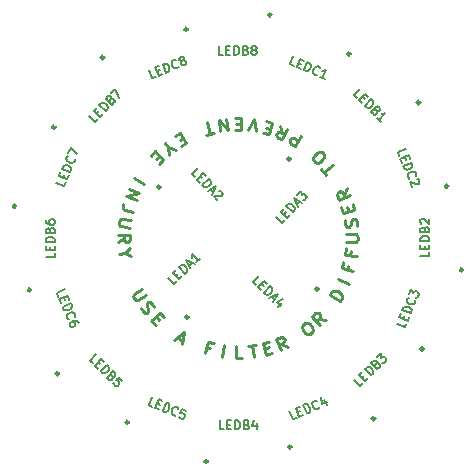
<source format=gto>
G04 #@! TF.FileFunction,Legend,Top*
%FSLAX46Y46*%
G04 Gerber Fmt 4.6, Leading zero omitted, Abs format (unit mm)*
G04 Created by KiCad (PCBNEW 4.0.7) date 11/15/18 02:42:05*
%MOMM*%
%LPD*%
G01*
G04 APERTURE LIST*
%ADD10C,0.100000*%
%ADD11C,0.250000*%
%ADD12C,0.187500*%
%ADD13C,0.222250*%
G04 APERTURE END LIST*
D10*
D11*
X20883029Y10884897D02*
X21506223Y10966942D01*
X21325153Y9934474D02*
X21194626Y10925919D01*
X22264376Y10638507D02*
X22618548Y10733407D01*
X22905908Y10268117D02*
X22399948Y10132545D01*
X22141129Y11098471D01*
X22647089Y11234043D01*
X24199707Y10750718D02*
X23678721Y11050344D01*
X23618983Y10510174D02*
X23236299Y11434054D01*
X23623448Y11594416D01*
X23738459Y11590513D01*
X23805075Y11566564D01*
X23889915Y11498621D01*
X23944584Y11366638D01*
X23932636Y11258604D01*
X23902466Y11194565D01*
X23823901Y11110480D01*
X23436752Y10950117D01*
X25488504Y12675154D02*
X25654730Y12802703D01*
X25766832Y12828700D01*
X25907922Y12816917D01*
X26065433Y12697690D01*
X26268354Y12433239D01*
X26342752Y12250236D01*
X26317616Y12110904D01*
X26263491Y12009350D01*
X26097266Y11881801D01*
X25985164Y11855804D01*
X25844073Y11867587D01*
X25686562Y11986814D01*
X25483641Y12251265D01*
X25409243Y12434268D01*
X25434380Y12573600D01*
X25488504Y12675154D01*
X27419571Y13061935D02*
X26823581Y13139381D01*
X26975104Y12617468D02*
X26267997Y13324575D01*
X26564308Y13620886D01*
X26672058Y13661292D01*
X26742768Y13664660D01*
X26847151Y13634355D01*
X26948166Y13533340D01*
X26978470Y13428958D01*
X26975103Y13358247D01*
X26934697Y13250497D01*
X26638386Y12954186D01*
X28648172Y14674312D02*
X27782147Y15174312D01*
X27913099Y15401128D01*
X28032909Y15513408D01*
X28167769Y15556515D01*
X28276438Y15554260D01*
X28467585Y15504385D01*
X28591304Y15432956D01*
X28730071Y15292355D01*
X28786359Y15199372D01*
X28816456Y15061027D01*
X28779124Y14901128D01*
X28648172Y14674312D01*
X29379577Y16114852D02*
X28455697Y16497536D01*
X29341157Y17659731D02*
X29246257Y17305559D01*
X29752219Y17169987D02*
X28786293Y17428806D01*
X28921865Y17934766D01*
X29566708Y18899018D02*
X29518849Y18535489D01*
X30038178Y18467118D02*
X29046733Y18597644D01*
X29115104Y19116972D01*
X29152381Y19685715D02*
X29961905Y19685715D01*
X30057143Y19738096D01*
X30104762Y19790477D01*
X30152381Y19895239D01*
X30152381Y20104762D01*
X30104762Y20209524D01*
X30057143Y20261905D01*
X29961905Y20314286D01*
X29152381Y20314286D01*
X30059337Y21007340D02*
X30086037Y21169354D01*
X30051852Y21429017D01*
X29990966Y21526668D01*
X29936917Y21572385D01*
X29835657Y21611887D01*
X29741234Y21599456D01*
X29653647Y21535092D01*
X29613273Y21476943D01*
X29579735Y21366862D01*
X29559871Y21152916D01*
X29526334Y21042835D01*
X29485959Y20984686D01*
X29398373Y20920322D01*
X29303950Y20907891D01*
X29202690Y20947393D01*
X29148641Y20993110D01*
X29087755Y21090761D01*
X29053570Y21350424D01*
X29080270Y21512438D01*
X29361493Y22264376D02*
X29266593Y22618548D01*
X29731883Y22905908D02*
X29867455Y22399948D01*
X28901529Y22141129D01*
X28765957Y22647089D01*
X29249282Y24199707D02*
X28949656Y23678721D01*
X29489826Y23618983D02*
X28565946Y23236299D01*
X28405584Y23623448D01*
X28409487Y23738459D01*
X28433436Y23805075D01*
X28501379Y23889915D01*
X28633362Y23944584D01*
X28741396Y23932636D01*
X28805435Y23902466D01*
X28889520Y23823901D01*
X29049883Y23436752D01*
X27452396Y25322278D02*
X27069746Y25820957D01*
X28054424Y26180379D02*
X27261071Y25571617D01*
X26545788Y26397634D02*
X26397633Y26545789D01*
X26357227Y26653538D01*
X26350492Y26794960D01*
X26448140Y26966686D01*
X26683843Y27202388D01*
X26855569Y27300036D01*
X26996990Y27293302D01*
X27104740Y27252896D01*
X27252895Y27104740D01*
X27293301Y26996991D01*
X27300036Y26855569D01*
X27202388Y26683844D01*
X26966685Y26448141D01*
X26794959Y26350493D01*
X26653538Y26357227D01*
X26545788Y26397634D01*
X25325688Y28648172D02*
X24825688Y27782147D01*
X24462783Y27991670D01*
X24395866Y28085290D01*
X24374312Y28152720D01*
X24376568Y28261389D01*
X24447996Y28385107D01*
X24540978Y28441395D01*
X24610151Y28456444D01*
X24724687Y28445302D01*
X25087593Y28235778D01*
X23570589Y29509871D02*
X23727114Y28929611D01*
X24151313Y29269327D02*
X23768629Y28345448D01*
X23381480Y28505810D01*
X23302916Y28589895D01*
X23272745Y28653935D01*
X23260797Y28761968D01*
X23315466Y28893951D01*
X23400306Y28961894D01*
X23466923Y28985843D01*
X23581933Y28989747D01*
X23969082Y28829384D01*
X22719740Y29239479D02*
X22365568Y29334379D01*
X22349351Y29881012D02*
X22855312Y29745440D01*
X22596493Y28779514D01*
X22090532Y28915086D01*
X21558154Y29026221D02*
X21325151Y30065526D01*
X20831095Y29121941D01*
X20235714Y29628571D02*
X19869048Y29628571D01*
X19711905Y30152381D02*
X20235714Y30152381D01*
X20235714Y29152381D01*
X19711905Y29152381D01*
X18986445Y30106548D02*
X19116971Y29115103D01*
X18363251Y30024503D01*
X18493777Y29033058D01*
X17934765Y28921865D02*
X17327612Y28759178D01*
X17372369Y29806447D02*
X17631188Y28840521D01*
X15389849Y28456444D02*
X15072307Y28273111D01*
X14674312Y28648172D02*
X15127944Y28910076D01*
X15627944Y28044051D01*
X15174312Y27782147D01*
X14109508Y27676637D02*
X13819621Y28054424D01*
X14719279Y27484284D02*
X14109508Y27676637D01*
X14137487Y27037859D01*
X13358247Y26975103D02*
X13098975Y26715831D01*
X12617468Y26975104D02*
X12987857Y27345493D01*
X13694964Y26638386D01*
X13324575Y26267997D01*
X11207781Y25076191D02*
X12073806Y24576190D01*
X10740695Y24175509D02*
X11664575Y23792826D01*
X10500151Y23594785D01*
X11424031Y23212102D01*
X11118807Y22217022D02*
X10428859Y22401893D01*
X10304427Y22489462D01*
X10239549Y22615304D01*
X10234224Y22779417D01*
X10261338Y22880610D01*
X10966941Y21506222D02*
X10164343Y21611886D01*
X10063083Y21572384D01*
X10009034Y21526667D01*
X9948148Y21429016D01*
X9920800Y21221286D01*
X9954337Y21111205D01*
X9994712Y21053056D01*
X10082298Y20988692D01*
X10884896Y20883028D01*
X9847619Y19659524D02*
X10323810Y20026190D01*
X9847619Y20288095D02*
X10847619Y20288095D01*
X10847619Y19869048D01*
X10800000Y19764286D01*
X10752381Y19711905D01*
X10657143Y19659524D01*
X10514286Y19659524D01*
X10419048Y19711905D01*
X10371429Y19764286D01*
X10323810Y19869048D01*
X10323810Y20288095D01*
X10406591Y18737003D02*
X9934474Y18674847D01*
X10878060Y19168904D02*
X10406591Y18737003D01*
X10973779Y18441845D01*
X11916663Y15695988D02*
X11215595Y15291226D01*
X11159307Y15198244D01*
X11144258Y15129071D01*
X11155400Y15014535D01*
X11260162Y14833083D01*
X11353782Y14766166D01*
X11421212Y14744612D01*
X11529881Y14746868D01*
X12230949Y15151630D01*
X11792029Y14097950D02*
X11849913Y13944291D01*
X12009350Y13736509D01*
X12110904Y13682384D01*
X12180570Y13669816D01*
X12288015Y13686236D01*
X12363572Y13744214D01*
X12407242Y13843748D01*
X12413133Y13914293D01*
X12387138Y14026395D01*
X12297367Y14221610D01*
X12271371Y14333712D01*
X12277262Y14404257D01*
X12320932Y14503791D01*
X12396489Y14561768D01*
X12503934Y14578189D01*
X12573600Y14565620D01*
X12675154Y14511496D01*
X12834591Y14303713D01*
X12892475Y14150055D01*
X13024897Y13358247D02*
X13284169Y13098975D01*
X13024896Y12617468D02*
X12654507Y12987857D01*
X13361614Y13694964D01*
X13732003Y13324575D01*
X14839851Y11586168D02*
X15293483Y11324264D01*
X14606267Y11391114D02*
X15423810Y12073805D01*
X15241352Y11024447D01*
X17659731Y10658843D02*
X17305559Y10753743D01*
X17169987Y10247781D02*
X17428806Y11213707D01*
X17934766Y11078135D01*
X18674848Y9934474D02*
X18805375Y10925919D01*
X20340476Y9847619D02*
X19816667Y9847619D01*
X19816667Y10847619D01*
X24458579Y26701219D02*
G75*
G03X24458579Y26701219I-141422J0D01*
G01*
X29523774Y35593470D02*
G75*
G03X29523774Y35593470I-141421J0D01*
G01*
X37801383Y24393404D02*
G75*
G03X37801383Y24393404I-141422J0D01*
G01*
X35734891Y10617647D02*
G75*
G03X35734891Y10617647I-141421J0D01*
G01*
X24534826Y2340039D02*
G75*
G03X24534826Y2340039I-141422J0D01*
G01*
X10759068Y4406530D02*
G75*
G03X10759068Y4406530I-141421J0D01*
G01*
X2481461Y15606596D02*
G75*
G03X2481461Y15606596I-141422J0D01*
G01*
X4547951Y29382353D02*
G75*
G03X4547951Y29382353I-141421J0D01*
G01*
X15748018Y37659961D02*
G75*
G03X15748018Y37659961I-141422J0D01*
G01*
X22841421Y38920000D02*
G75*
G03X22841421Y38920000I-141421J0D01*
G01*
X1221421Y22700000D02*
G75*
G03X1221421Y22700000I-141421J0D01*
G01*
X4850203Y8527157D02*
G75*
G03X4850203Y8527157I-141422J0D01*
G01*
X17441421Y1080000D02*
G75*
G03X17441421Y1080000I-141421J0D01*
G01*
X31614265Y4708781D02*
G75*
G03X31614265Y4708781I-141422J0D01*
G01*
X39061421Y17300000D02*
G75*
G03X39061421Y17300000I-141421J0D01*
G01*
X35432641Y31472843D02*
G75*
G03X35432641Y31472843I-141422J0D01*
G01*
X26842641Y15682843D02*
G75*
G03X26842641Y15682843I-141422J0D01*
G01*
X13440203Y24317157D02*
G75*
G03X13440203Y24317157I-141422J0D01*
G01*
X15824265Y13298781D02*
G75*
G03X15824265Y13298781I-141422J0D01*
G01*
X8668579Y35291219D02*
G75*
G03X8668579Y35291219I-141422J0D01*
G01*
D12*
X23969163Y21539340D02*
X23716624Y21286802D01*
X23186294Y21817132D01*
X23868148Y21993908D02*
X24044924Y22170685D01*
X24398478Y21968655D02*
X24145939Y21716117D01*
X23615609Y22246447D01*
X23868148Y22498985D01*
X24625762Y22195939D02*
X24095431Y22726269D01*
X24221701Y22852538D01*
X24322716Y22903046D01*
X24423731Y22903045D01*
X24499493Y22877793D01*
X24625762Y22802031D01*
X24701523Y22726269D01*
X24777285Y22600001D01*
X24802538Y22524238D01*
X24802538Y22423224D01*
X24752031Y22322208D01*
X24625762Y22195939D01*
X24979315Y22852538D02*
X25231853Y23105076D01*
X25080331Y22650508D02*
X24726777Y23357615D01*
X25433884Y23004061D01*
X25029823Y23660660D02*
X25358123Y23988960D01*
X25383376Y23610153D01*
X25459137Y23685914D01*
X25534899Y23711168D01*
X25585407Y23711167D01*
X25661168Y23685914D01*
X25787438Y23559645D01*
X25812690Y23483883D01*
X25812690Y23433376D01*
X25787437Y23357614D01*
X25635914Y23206092D01*
X25560152Y23180838D01*
X25509645Y23180838D01*
D13*
D12*
X24738982Y34568522D02*
X24409025Y34705194D01*
X24696037Y35398104D01*
X25120292Y34835803D02*
X25351262Y34740133D01*
X25299909Y34336178D02*
X24969952Y34472851D01*
X25256964Y35165761D01*
X25586921Y35029088D01*
X25596870Y34213173D02*
X25883882Y34906083D01*
X26048861Y34837746D01*
X26134181Y34763749D01*
X26172837Y34670423D01*
X26178500Y34590764D01*
X26156826Y34445115D01*
X26115824Y34346127D01*
X26028160Y34227812D01*
X25967829Y34175488D01*
X25874503Y34136831D01*
X25761849Y34144836D01*
X25596870Y34213173D01*
X26713063Y33828145D02*
X26666400Y33808817D01*
X26553746Y33816822D01*
X26487754Y33844157D01*
X26402434Y33918155D01*
X26363777Y34011480D01*
X26358116Y34091139D01*
X26379789Y34236789D01*
X26420791Y34335776D01*
X26508456Y34454092D01*
X26568786Y34506415D01*
X26662112Y34545073D01*
X26774766Y34537066D01*
X26840758Y34509732D01*
X26926078Y34435734D01*
X26945406Y34389072D01*
X27345642Y33488808D02*
X26949693Y33652815D01*
X27147668Y33570811D02*
X27434681Y34263721D01*
X27327687Y34192068D01*
X27234362Y34153412D01*
X27154703Y34147751D01*
D13*
D12*
X33651853Y26952015D02*
X33515181Y27281972D01*
X34208090Y27568985D01*
X34110477Y26871385D02*
X34206148Y26640415D01*
X33884197Y26391088D02*
X33747524Y26721045D01*
X34440434Y27008058D01*
X34577107Y26678100D01*
X34007202Y26094127D02*
X34700112Y26381140D01*
X34768448Y26216161D01*
X34776455Y26103506D01*
X34737797Y26010181D01*
X34685474Y25949850D01*
X34567159Y25862186D01*
X34468171Y25821184D01*
X34322521Y25799510D01*
X34242862Y25805172D01*
X34149537Y25843828D01*
X34075539Y25929148D01*
X34007202Y26094127D01*
X34524214Y25032603D02*
X34477551Y25051932D01*
X34403553Y25137251D01*
X34376218Y25203243D01*
X34368213Y25315898D01*
X34406870Y25409223D01*
X34459194Y25469554D01*
X34577509Y25557218D01*
X34676497Y25598220D01*
X34822146Y25619894D01*
X34901805Y25614232D01*
X34995131Y25575576D01*
X35069128Y25490256D01*
X35096463Y25424264D01*
X35104469Y25311609D01*
X35085141Y25264947D01*
X35194479Y25000982D02*
X35241142Y24981653D01*
X35301472Y24929329D01*
X35369808Y24764351D01*
X35364147Y24684692D01*
X35344819Y24638029D01*
X35292495Y24577698D01*
X35226504Y24550364D01*
X35113849Y24542358D01*
X34553893Y24774299D01*
X34731568Y24345354D01*
D13*
D12*
X34266066Y12757632D02*
X34129394Y12427675D01*
X33436484Y12714687D01*
X33998785Y13138942D02*
X34094455Y13369912D01*
X34498410Y13318559D02*
X34361737Y12988602D01*
X33668827Y13275614D01*
X33805500Y13605571D01*
X34621415Y13615520D02*
X33928505Y13902532D01*
X33996842Y14067511D01*
X34070839Y14152831D01*
X34164165Y14191487D01*
X34243824Y14197150D01*
X34389473Y14175476D01*
X34488461Y14134474D01*
X34606776Y14046810D01*
X34659100Y13986479D01*
X34697757Y13893153D01*
X34689752Y13780499D01*
X34621415Y13615520D01*
X35006443Y14731713D02*
X35025771Y14685050D01*
X35017766Y14572396D01*
X34990431Y14506404D01*
X34916433Y14421084D01*
X34823108Y14382427D01*
X34743449Y14376766D01*
X34597799Y14398439D01*
X34498812Y14439441D01*
X34380496Y14527106D01*
X34328173Y14587436D01*
X34289515Y14680762D01*
X34297522Y14793416D01*
X34324856Y14859408D01*
X34398854Y14944728D01*
X34445516Y14964056D01*
X34475196Y15222361D02*
X34652871Y15651305D01*
X34821165Y15310997D01*
X34862167Y15409983D01*
X34922497Y15462308D01*
X34969160Y15481636D01*
X35048819Y15487298D01*
X35213798Y15418961D01*
X35266121Y15358631D01*
X35285449Y15311968D01*
X35291111Y15232309D01*
X35209108Y15034335D01*
X35148777Y14982011D01*
X35102114Y14962683D01*
D13*
D12*
X24967985Y4791853D02*
X24638028Y4655181D01*
X24351015Y5348090D01*
X25048615Y5250477D02*
X25279585Y5346148D01*
X25528912Y5024197D02*
X25198955Y4887524D01*
X24911942Y5580434D01*
X25241900Y5717107D01*
X25825873Y5147202D02*
X25538860Y5840112D01*
X25703839Y5908448D01*
X25816494Y5916455D01*
X25909819Y5877797D01*
X25970150Y5825474D01*
X26057814Y5707159D01*
X26098816Y5608171D01*
X26120490Y5462521D01*
X26114828Y5382862D01*
X26076172Y5289537D01*
X25990852Y5215539D01*
X25825873Y5147202D01*
X26887397Y5664214D02*
X26868068Y5617551D01*
X26782749Y5543553D01*
X26716757Y5516218D01*
X26604102Y5508213D01*
X26510777Y5546870D01*
X26450446Y5599194D01*
X26362782Y5717509D01*
X26321780Y5816497D01*
X26300106Y5962146D01*
X26305768Y6041805D01*
X26344424Y6135131D01*
X26429744Y6209128D01*
X26495736Y6236463D01*
X26608391Y6244469D01*
X26655053Y6225141D01*
X27317312Y6306173D02*
X27508654Y5844233D01*
X27042996Y6501803D02*
X27083026Y5938530D01*
X27511970Y6116205D01*
D13*
D12*
X12757632Y5733934D02*
X12427675Y5870606D01*
X12714687Y6563516D01*
X13138942Y6001215D02*
X13369912Y5905545D01*
X13318559Y5501590D02*
X12988602Y5638263D01*
X13275614Y6331173D01*
X13605571Y6194500D01*
X13615520Y5378585D02*
X13902532Y6071495D01*
X14067511Y6003158D01*
X14152831Y5929161D01*
X14191487Y5835835D01*
X14197150Y5756176D01*
X14175476Y5610527D01*
X14134474Y5511539D01*
X14046810Y5393224D01*
X13986479Y5340900D01*
X13893153Y5302243D01*
X13780499Y5310248D01*
X13615520Y5378585D01*
X14731713Y4993557D02*
X14685050Y4974229D01*
X14572396Y4982234D01*
X14506404Y5009569D01*
X14421084Y5083567D01*
X14382427Y5176892D01*
X14376766Y5256551D01*
X14398439Y5402201D01*
X14439441Y5501188D01*
X14527106Y5619504D01*
X14587436Y5671827D01*
X14680762Y5710485D01*
X14793416Y5702478D01*
X14859408Y5675144D01*
X14944728Y5601146D01*
X14964056Y5554484D01*
X15618309Y5360797D02*
X15288352Y5497470D01*
X15118683Y5181180D01*
X15165346Y5200509D01*
X15245005Y5206169D01*
X15409983Y5137833D01*
X15462308Y5077503D01*
X15481636Y5030840D01*
X15487298Y4951181D01*
X15418961Y4786202D01*
X15358631Y4733879D01*
X15311968Y4714551D01*
X15232309Y4708889D01*
X15067331Y4777225D01*
X15015006Y4837556D01*
X14995678Y4884219D01*
D13*
D12*
X4791853Y15032015D02*
X4655181Y15361972D01*
X5348090Y15648985D01*
X5250477Y14951385D02*
X5346148Y14720415D01*
X5024197Y14471088D02*
X4887524Y14801045D01*
X5580434Y15088058D01*
X5717107Y14758100D01*
X5147202Y14174127D02*
X5840112Y14461140D01*
X5908448Y14296161D01*
X5916455Y14183506D01*
X5877797Y14090181D01*
X5825474Y14029850D01*
X5707159Y13942186D01*
X5608171Y13901184D01*
X5462521Y13879510D01*
X5382862Y13885172D01*
X5289537Y13923828D01*
X5215539Y14009148D01*
X5147202Y14174127D01*
X5664214Y13112603D02*
X5617551Y13131932D01*
X5543553Y13217251D01*
X5516218Y13283243D01*
X5508213Y13395898D01*
X5546870Y13489223D01*
X5599194Y13549554D01*
X5717509Y13637218D01*
X5816497Y13678220D01*
X5962146Y13699894D01*
X6041805Y13694232D01*
X6135131Y13655576D01*
X6209128Y13570256D01*
X6236463Y13504264D01*
X6244469Y13391609D01*
X6225141Y13344947D01*
X6537143Y12778359D02*
X6482474Y12910341D01*
X6422143Y12962666D01*
X6375481Y12981994D01*
X6249159Y13006984D01*
X6103509Y12985311D01*
X5839543Y12875972D01*
X5787219Y12815643D01*
X5767891Y12768979D01*
X5762229Y12689321D01*
X5816898Y12557338D01*
X5877229Y12505014D01*
X5923892Y12485685D01*
X6003550Y12480023D01*
X6168529Y12548360D01*
X6220853Y12608691D01*
X6240182Y12655354D01*
X6245843Y12735012D01*
X6191174Y12866995D01*
X6130844Y12919319D01*
X6084180Y12938648D01*
X6004522Y12944309D01*
D13*
D12*
X5431478Y24738982D02*
X5294806Y24409025D01*
X4601896Y24696037D01*
X5164197Y25120292D02*
X5259867Y25351262D01*
X5663822Y25299909D02*
X5527149Y24969952D01*
X4834239Y25256964D01*
X4970912Y25586921D01*
X5786827Y25596870D02*
X5093917Y25883882D01*
X5162254Y26048861D01*
X5236251Y26134181D01*
X5329577Y26172837D01*
X5409236Y26178500D01*
X5554885Y26156826D01*
X5653873Y26115824D01*
X5772188Y26028160D01*
X5824512Y25967829D01*
X5863169Y25874503D01*
X5855164Y25761849D01*
X5786827Y25596870D01*
X6171855Y26713063D02*
X6191183Y26666400D01*
X6183178Y26553746D01*
X6155843Y26487754D01*
X6081845Y26402434D01*
X5988520Y26363777D01*
X5908861Y26358116D01*
X5763211Y26379789D01*
X5664224Y26420791D01*
X5545908Y26508456D01*
X5493585Y26568786D01*
X5454927Y26662112D01*
X5462934Y26774766D01*
X5490268Y26840758D01*
X5564266Y26926078D01*
X5610928Y26945406D01*
X5640608Y27203711D02*
X5831950Y27665650D01*
X6401854Y27081676D01*
D13*
D12*
X13047985Y33651853D02*
X12718028Y33515181D01*
X12431015Y34208090D01*
X13128615Y34110477D02*
X13359585Y34206148D01*
X13608912Y33884197D02*
X13278955Y33747524D01*
X12991942Y34440434D01*
X13321900Y34577107D01*
X13905873Y34007202D02*
X13618860Y34700112D01*
X13783839Y34768448D01*
X13896494Y34776455D01*
X13989819Y34737797D01*
X14050150Y34685474D01*
X14137814Y34567159D01*
X14178816Y34468171D01*
X14200490Y34322521D01*
X14194828Y34242862D01*
X14156172Y34149537D01*
X14070852Y34075539D01*
X13905873Y34007202D01*
X14967397Y34524214D02*
X14948068Y34477551D01*
X14862749Y34403553D01*
X14796757Y34376218D01*
X14684102Y34368213D01*
X14590777Y34406870D01*
X14530446Y34459194D01*
X14442782Y34577509D01*
X14401780Y34676497D01*
X14380106Y34822146D01*
X14385768Y34901805D01*
X14424424Y34995131D01*
X14509744Y35069128D01*
X14575736Y35096463D01*
X14688391Y35104469D01*
X14735053Y35085141D01*
X15226672Y35018178D02*
X15147014Y35023839D01*
X15100350Y35043167D01*
X15040020Y35095492D01*
X15026353Y35128487D01*
X15032014Y35208146D01*
X15051343Y35254809D01*
X15103667Y35315139D01*
X15235649Y35369808D01*
X15315308Y35364147D01*
X15361971Y35344819D01*
X15422302Y35292495D01*
X15435969Y35259499D01*
X15430308Y35179840D01*
X15410979Y35133177D01*
X15358655Y35072847D01*
X15226672Y35018178D01*
X15174349Y34957847D01*
X15155019Y34911184D01*
X15149358Y34831526D01*
X15204028Y34699543D01*
X15264357Y34647219D01*
X15311021Y34627891D01*
X15390679Y34622229D01*
X15522662Y34676898D01*
X15574986Y34737229D01*
X15594315Y34783892D01*
X15599977Y34863550D01*
X15545307Y34995534D01*
X15484977Y35047857D01*
X15438314Y35067185D01*
X15358655Y35072847D01*
D13*
D12*
X18750359Y35516069D02*
X18393216Y35516069D01*
X18393216Y36266069D01*
X19000359Y35908926D02*
X19250359Y35908926D01*
X19357502Y35516069D02*
X19000359Y35516069D01*
X19000359Y36266069D01*
X19357502Y36266069D01*
X19678930Y35516069D02*
X19678930Y36266069D01*
X19857502Y36266069D01*
X19964645Y36230355D01*
X20036073Y36158926D01*
X20071788Y36087498D01*
X20107502Y35944641D01*
X20107502Y35837498D01*
X20071788Y35694641D01*
X20036073Y35623212D01*
X19964645Y35551784D01*
X19857502Y35516069D01*
X19678930Y35516069D01*
X20678930Y35908926D02*
X20786073Y35873212D01*
X20821788Y35837498D01*
X20857502Y35766069D01*
X20857502Y35658926D01*
X20821788Y35587498D01*
X20786073Y35551784D01*
X20714645Y35516069D01*
X20428930Y35516069D01*
X20428930Y36266069D01*
X20678930Y36266069D01*
X20750359Y36230355D01*
X20786073Y36194641D01*
X20821788Y36123212D01*
X20821788Y36051784D01*
X20786073Y35980355D01*
X20750359Y35944641D01*
X20678930Y35908926D01*
X20428930Y35908926D01*
X21286073Y35944641D02*
X21214645Y35980355D01*
X21178930Y36016069D01*
X21143216Y36087498D01*
X21143216Y36123212D01*
X21178930Y36194641D01*
X21214645Y36230355D01*
X21286073Y36266069D01*
X21428930Y36266069D01*
X21500359Y36230355D01*
X21536073Y36194641D01*
X21571788Y36123212D01*
X21571788Y36087498D01*
X21536073Y36016069D01*
X21500359Y35980355D01*
X21428930Y35944641D01*
X21286073Y35944641D01*
X21214645Y35908926D01*
X21178930Y35873212D01*
X21143216Y35801784D01*
X21143216Y35658926D01*
X21178930Y35587498D01*
X21214645Y35551784D01*
X21286073Y35516069D01*
X21428930Y35516069D01*
X21500359Y35551784D01*
X21536073Y35587498D01*
X21571788Y35658926D01*
X21571788Y35801784D01*
X21536073Y35873212D01*
X21500359Y35908926D01*
X21428930Y35944641D01*
D13*
D12*
X4483931Y18750359D02*
X4483931Y18393216D01*
X3733931Y18393216D01*
X4091074Y19000359D02*
X4091074Y19250359D01*
X4483931Y19357502D02*
X4483931Y19000359D01*
X3733931Y19000359D01*
X3733931Y19357502D01*
X4483931Y19678930D02*
X3733931Y19678930D01*
X3733931Y19857502D01*
X3769645Y19964645D01*
X3841074Y20036073D01*
X3912502Y20071788D01*
X4055359Y20107502D01*
X4162502Y20107502D01*
X4305359Y20071788D01*
X4376788Y20036073D01*
X4448216Y19964645D01*
X4483931Y19857502D01*
X4483931Y19678930D01*
X4091074Y20678930D02*
X4126788Y20786073D01*
X4162502Y20821788D01*
X4233931Y20857502D01*
X4341074Y20857502D01*
X4412502Y20821788D01*
X4448216Y20786073D01*
X4483931Y20714645D01*
X4483931Y20428930D01*
X3733931Y20428930D01*
X3733931Y20678930D01*
X3769645Y20750359D01*
X3805359Y20786073D01*
X3876788Y20821788D01*
X3948216Y20821788D01*
X4019645Y20786073D01*
X4055359Y20750359D01*
X4091074Y20678930D01*
X4091074Y20428930D01*
X3733931Y21500359D02*
X3733931Y21357502D01*
X3769645Y21286073D01*
X3805359Y21250359D01*
X3912502Y21178930D01*
X4055359Y21143216D01*
X4341074Y21143216D01*
X4412502Y21178930D01*
X4448216Y21214645D01*
X4483931Y21286073D01*
X4483931Y21428930D01*
X4448216Y21500359D01*
X4412502Y21536073D01*
X4341074Y21571788D01*
X4162502Y21571788D01*
X4091074Y21536073D01*
X4055359Y21500359D01*
X4019645Y21428930D01*
X4019645Y21286073D01*
X4055359Y21214645D01*
X4091074Y21178930D01*
X4162502Y21143216D01*
D13*
D12*
X7711459Y9378718D02*
X7458920Y9631257D01*
X7989251Y10161587D01*
X8166027Y9479734D02*
X8342804Y9302957D01*
X8140774Y8949404D02*
X7888235Y9201942D01*
X8418565Y9732272D01*
X8671104Y9479734D01*
X8368058Y8722120D02*
X8898388Y9252450D01*
X9024657Y9126180D01*
X9075165Y9025165D01*
X9075164Y8924150D01*
X9049911Y8848388D01*
X8974150Y8722120D01*
X8898388Y8646358D01*
X8772120Y8570596D01*
X8696357Y8545343D01*
X8595343Y8545343D01*
X8494327Y8595850D01*
X8368058Y8722120D01*
X9352956Y8292805D02*
X9403464Y8191789D01*
X9403465Y8141282D01*
X9378211Y8065520D01*
X9302449Y7989758D01*
X9226688Y7964505D01*
X9176180Y7964506D01*
X9100419Y7989758D01*
X8898388Y8191789D01*
X9428718Y8722120D01*
X9605494Y8545343D01*
X9630749Y8469581D01*
X9630749Y8419074D01*
X9605495Y8343312D01*
X9554988Y8292805D01*
X9479226Y8267551D01*
X9428718Y8267551D01*
X9352956Y8292805D01*
X9176179Y8469581D01*
X10211586Y7939251D02*
X9959048Y8191789D01*
X9681256Y7964505D01*
X9731764Y7964506D01*
X9807525Y7939251D01*
X9933794Y7812982D01*
X9959049Y7737221D01*
X9959048Y7686713D01*
X9933795Y7610951D01*
X9807525Y7484682D01*
X9731764Y7459429D01*
X9681257Y7459429D01*
X9605494Y7484683D01*
X9479226Y7610951D01*
X9453972Y7686714D01*
X9453972Y7737221D01*
D13*
D12*
X18821069Y3805359D02*
X18463926Y3805359D01*
X18463926Y4555359D01*
X19071069Y4198216D02*
X19321069Y4198216D01*
X19428212Y3805359D02*
X19071069Y3805359D01*
X19071069Y4555359D01*
X19428212Y4555359D01*
X19749640Y3805359D02*
X19749640Y4555359D01*
X19928212Y4555359D01*
X20035355Y4519645D01*
X20106783Y4448216D01*
X20142498Y4376788D01*
X20178212Y4233931D01*
X20178212Y4126788D01*
X20142498Y3983931D01*
X20106783Y3912502D01*
X20035355Y3841074D01*
X19928212Y3805359D01*
X19749640Y3805359D01*
X20749640Y4198216D02*
X20856783Y4162502D01*
X20892498Y4126788D01*
X20928212Y4055359D01*
X20928212Y3948216D01*
X20892498Y3876788D01*
X20856783Y3841074D01*
X20785355Y3805359D01*
X20499640Y3805359D01*
X20499640Y4555359D01*
X20749640Y4555359D01*
X20821069Y4519645D01*
X20856783Y4483931D01*
X20892498Y4412502D01*
X20892498Y4341074D01*
X20856783Y4269645D01*
X20821069Y4233931D01*
X20749640Y4198216D01*
X20499640Y4198216D01*
X21571069Y4305359D02*
X21571069Y3805359D01*
X21392498Y4591074D02*
X21213926Y4055359D01*
X21678212Y4055359D01*
D13*
D12*
X30621282Y7711459D02*
X30368743Y7458920D01*
X29838413Y7989251D01*
X30520266Y8166027D02*
X30697043Y8342804D01*
X31050596Y8140774D02*
X30798058Y7888235D01*
X30267728Y8418565D01*
X30520266Y8671104D01*
X31277880Y8368058D02*
X30747550Y8898388D01*
X30873820Y9024657D01*
X30974835Y9075165D01*
X31075850Y9075164D01*
X31151612Y9049911D01*
X31277880Y8974150D01*
X31353642Y8898388D01*
X31429404Y8772120D01*
X31454657Y8696357D01*
X31454657Y8595343D01*
X31404150Y8494327D01*
X31277880Y8368058D01*
X31707195Y9352956D02*
X31808211Y9403464D01*
X31858718Y9403465D01*
X31934480Y9378211D01*
X32010242Y9302449D01*
X32035495Y9226688D01*
X32035494Y9176180D01*
X32010242Y9100419D01*
X31808211Y8898388D01*
X31277880Y9428718D01*
X31454657Y9605494D01*
X31530419Y9630749D01*
X31580926Y9630749D01*
X31656688Y9605495D01*
X31707195Y9554988D01*
X31732449Y9479226D01*
X31732449Y9428718D01*
X31707195Y9352956D01*
X31530419Y9176179D01*
X31757703Y9908541D02*
X32086003Y10236840D01*
X32111257Y9858033D01*
X32187018Y9933794D01*
X32262779Y9959049D01*
X32313287Y9959048D01*
X32389049Y9933795D01*
X32515318Y9807525D01*
X32540571Y9731764D01*
X32540571Y9681257D01*
X32515317Y9605494D01*
X32363795Y9453972D01*
X32288033Y9428718D01*
X32237525Y9428718D01*
D13*
D12*
X36194641Y18821069D02*
X36194641Y18463926D01*
X35444641Y18463926D01*
X35801784Y19071069D02*
X35801784Y19321069D01*
X36194641Y19428212D02*
X36194641Y19071069D01*
X35444641Y19071069D01*
X35444641Y19428212D01*
X36194641Y19749640D02*
X35444641Y19749640D01*
X35444641Y19928212D01*
X35480355Y20035355D01*
X35551784Y20106783D01*
X35623212Y20142498D01*
X35766069Y20178212D01*
X35873212Y20178212D01*
X36016069Y20142498D01*
X36087498Y20106783D01*
X36158926Y20035355D01*
X36194641Y19928212D01*
X36194641Y19749640D01*
X35801784Y20749640D02*
X35837498Y20856783D01*
X35873212Y20892498D01*
X35944641Y20928212D01*
X36051784Y20928212D01*
X36123212Y20892498D01*
X36158926Y20856783D01*
X36194641Y20785355D01*
X36194641Y20499640D01*
X35444641Y20499640D01*
X35444641Y20749640D01*
X35480355Y20821069D01*
X35516069Y20856783D01*
X35587498Y20892498D01*
X35658926Y20892498D01*
X35730355Y20856783D01*
X35766069Y20821069D01*
X35801784Y20749640D01*
X35801784Y20499640D01*
X35516069Y21213926D02*
X35480355Y21249640D01*
X35444641Y21321069D01*
X35444641Y21499640D01*
X35480355Y21571069D01*
X35516069Y21606783D01*
X35587498Y21642498D01*
X35658926Y21642498D01*
X35766069Y21606783D01*
X36194641Y21178212D01*
X36194641Y21642498D01*
D13*
D12*
X30091459Y31858718D02*
X29838920Y32111257D01*
X30369251Y32641587D01*
X30546027Y31959734D02*
X30722804Y31782957D01*
X30520774Y31429404D02*
X30268235Y31681942D01*
X30798565Y32212272D01*
X31051104Y31959734D01*
X30748058Y31202120D02*
X31278388Y31732450D01*
X31404657Y31606180D01*
X31455165Y31505165D01*
X31455164Y31404150D01*
X31429911Y31328388D01*
X31354150Y31202120D01*
X31278388Y31126358D01*
X31152120Y31050596D01*
X31076357Y31025343D01*
X30975343Y31025343D01*
X30874327Y31075850D01*
X30748058Y31202120D01*
X31732956Y30772805D02*
X31783464Y30671789D01*
X31783465Y30621282D01*
X31758211Y30545520D01*
X31682449Y30469758D01*
X31606688Y30444505D01*
X31556180Y30444506D01*
X31480419Y30469758D01*
X31278388Y30671789D01*
X31808718Y31202120D01*
X31985494Y31025343D01*
X32010749Y30949581D01*
X32010749Y30899074D01*
X31985495Y30823312D01*
X31934988Y30772805D01*
X31859226Y30747551D01*
X31808718Y30747551D01*
X31732956Y30772805D01*
X31556179Y30949581D01*
X32086510Y29863667D02*
X31783464Y30166713D01*
X31934987Y30015190D02*
X32465317Y30545520D01*
X32339048Y30520266D01*
X32238033Y30520266D01*
X32162272Y30545521D01*
D13*
D12*
X21539340Y16030837D02*
X21286802Y16283376D01*
X21817132Y16813706D01*
X21993908Y16131852D02*
X22170685Y15955076D01*
X21968655Y15601522D02*
X21716117Y15854061D01*
X22246447Y16384391D01*
X22498985Y16131852D01*
X22195939Y15374238D02*
X22726269Y15904569D01*
X22852538Y15778299D01*
X22903046Y15677284D01*
X22903045Y15576269D01*
X22877793Y15500507D01*
X22802031Y15374238D01*
X22726269Y15298477D01*
X22600001Y15222715D01*
X22524238Y15197462D01*
X22423224Y15197462D01*
X22322208Y15247969D01*
X22195939Y15374238D01*
X22852538Y15020685D02*
X23105076Y14768147D01*
X22650508Y14919669D02*
X23357615Y15273223D01*
X23004061Y14566116D01*
X23761675Y14515609D02*
X23408122Y14162055D01*
X23837438Y14843908D02*
X23332360Y14591370D01*
X23660660Y14263070D01*
D13*
D12*
X16339340Y25130837D02*
X16086802Y25383376D01*
X16617132Y25913706D01*
X16793908Y25231852D02*
X16970685Y25055076D01*
X16768655Y24701522D02*
X16516117Y24954061D01*
X17046447Y25484391D01*
X17298985Y25231852D01*
X16995939Y24474238D02*
X17526269Y25004569D01*
X17652538Y24878299D01*
X17703046Y24777284D01*
X17703045Y24676269D01*
X17677793Y24600507D01*
X17602031Y24474238D01*
X17526269Y24398477D01*
X17400001Y24322715D01*
X17324238Y24297462D01*
X17223224Y24297462D01*
X17122208Y24347969D01*
X16995939Y24474238D01*
X17652538Y24120685D02*
X17905076Y23868147D01*
X17450508Y24019669D02*
X18157615Y24373223D01*
X17804061Y23666116D01*
X18435407Y23994416D02*
X18485914Y23994416D01*
X18561675Y23969162D01*
X18687944Y23842893D01*
X18713198Y23767132D01*
X18713198Y23716624D01*
X18687945Y23640862D01*
X18637438Y23590355D01*
X18536422Y23539848D01*
X17930330Y23539847D01*
X18258630Y23211547D01*
D13*
D12*
X14869163Y16339340D02*
X14616624Y16086802D01*
X14086294Y16617132D01*
X14768148Y16793908D02*
X14944924Y16970685D01*
X15298478Y16768655D02*
X15045939Y16516117D01*
X14515609Y17046447D01*
X14768148Y17298985D01*
X15525762Y16995939D02*
X14995431Y17526269D01*
X15121701Y17652538D01*
X15222716Y17703046D01*
X15323731Y17703045D01*
X15399493Y17677793D01*
X15525762Y17602031D01*
X15601523Y17526269D01*
X15677285Y17400001D01*
X15702538Y17324238D01*
X15702538Y17223224D01*
X15652031Y17122208D01*
X15525762Y16995939D01*
X15879315Y17652538D02*
X16131853Y17905076D01*
X15980331Y17450508D02*
X15626777Y18157615D01*
X16333884Y17804061D01*
X16788453Y18258630D02*
X16485407Y17955584D01*
X16636930Y18107107D02*
X16106600Y18637437D01*
X16131853Y18511167D01*
X16131853Y18410153D01*
X16106599Y18334391D01*
D13*
D12*
X8141282Y30091459D02*
X7888743Y29838920D01*
X7358413Y30369251D01*
X8040266Y30546027D02*
X8217043Y30722804D01*
X8570596Y30520774D02*
X8318058Y30268235D01*
X7787728Y30798565D01*
X8040266Y31051104D01*
X8797880Y30748058D02*
X8267550Y31278388D01*
X8393820Y31404657D01*
X8494835Y31455165D01*
X8595850Y31455164D01*
X8671612Y31429911D01*
X8797880Y31354150D01*
X8873642Y31278388D01*
X8949404Y31152120D01*
X8974657Y31076357D01*
X8974657Y30975343D01*
X8924150Y30874327D01*
X8797880Y30748058D01*
X9227195Y31732956D02*
X9328211Y31783464D01*
X9378718Y31783465D01*
X9454480Y31758211D01*
X9530242Y31682449D01*
X9555495Y31606688D01*
X9555494Y31556180D01*
X9530242Y31480419D01*
X9328211Y31278388D01*
X8797880Y31808718D01*
X8974657Y31985494D01*
X9050419Y32010749D01*
X9100926Y32010749D01*
X9176688Y31985495D01*
X9227195Y31934988D01*
X9252449Y31859226D01*
X9252449Y31808718D01*
X9227195Y31732956D01*
X9050419Y31556179D01*
X9277703Y32288541D02*
X9631257Y32642094D01*
X9934302Y31884479D01*
D13*
M02*

</source>
